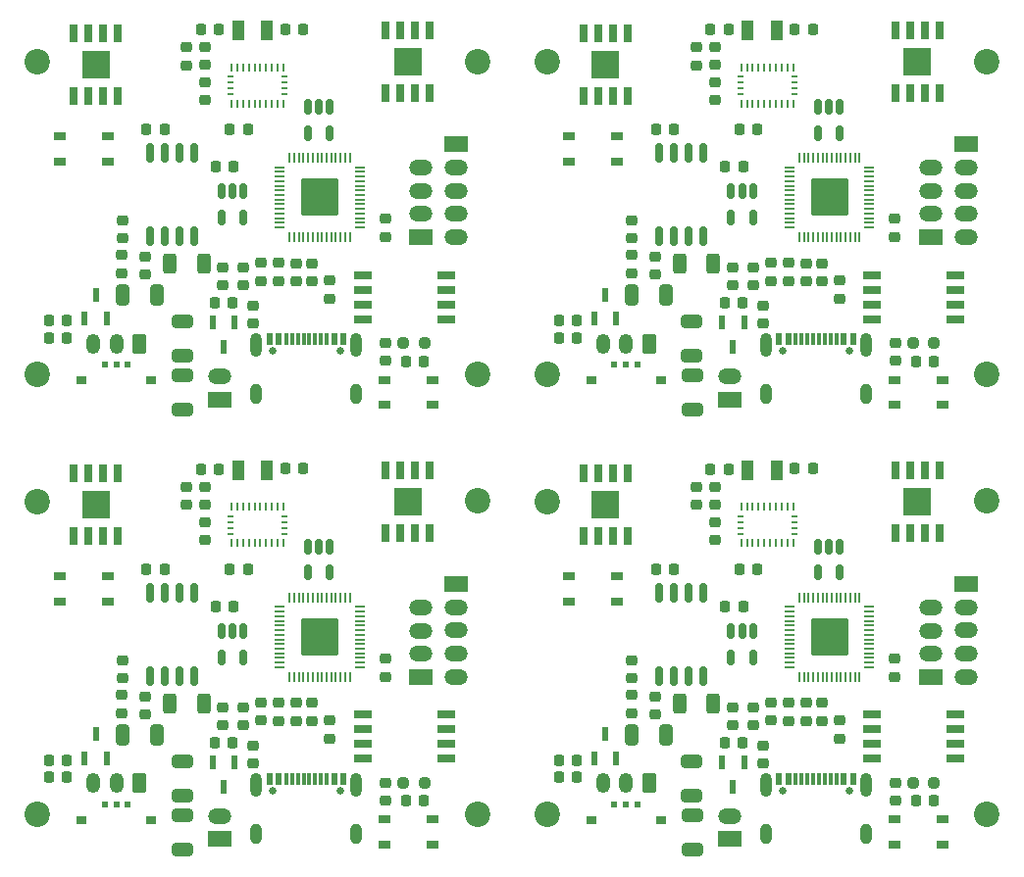
<source format=gbr>
%TF.GenerationSoftware,KiCad,Pcbnew,(6.0.4)*%
%TF.CreationDate,2022-09-20T18:54:46+09:00*%
%TF.ProjectId,mainboard_p_rev4,6d61696e-626f-4617-9264-5f705f726576,rev?*%
%TF.SameCoordinates,Original*%
%TF.FileFunction,Soldermask,Top*%
%TF.FilePolarity,Negative*%
%FSLAX46Y46*%
G04 Gerber Fmt 4.6, Leading zero omitted, Abs format (unit mm)*
G04 Created by KiCad (PCBNEW (6.0.4)) date 2022-09-20 18:54:46*
%MOMM*%
%LPD*%
G01*
G04 APERTURE LIST*
G04 Aperture macros list*
%AMRoundRect*
0 Rectangle with rounded corners*
0 $1 Rounding radius*
0 $2 $3 $4 $5 $6 $7 $8 $9 X,Y pos of 4 corners*
0 Add a 4 corners polygon primitive as box body*
4,1,4,$2,$3,$4,$5,$6,$7,$8,$9,$2,$3,0*
0 Add four circle primitives for the rounded corners*
1,1,$1+$1,$2,$3*
1,1,$1+$1,$4,$5*
1,1,$1+$1,$6,$7*
1,1,$1+$1,$8,$9*
0 Add four rect primitives between the rounded corners*
20,1,$1+$1,$2,$3,$4,$5,0*
20,1,$1+$1,$4,$5,$6,$7,0*
20,1,$1+$1,$6,$7,$8,$9,0*
20,1,$1+$1,$8,$9,$2,$3,0*%
G04 Aperture macros list end*
%ADD10RoundRect,0.225000X-0.225000X-0.250000X0.225000X-0.250000X0.225000X0.250000X-0.225000X0.250000X0*%
%ADD11RoundRect,0.250000X0.350000X0.625000X-0.350000X0.625000X-0.350000X-0.625000X0.350000X-0.625000X0*%
%ADD12O,1.200000X1.750000*%
%ADD13RoundRect,0.250000X0.650000X-0.325000X0.650000X0.325000X-0.650000X0.325000X-0.650000X-0.325000X0*%
%ADD14RoundRect,0.225000X-0.250000X0.225000X-0.250000X-0.225000X0.250000X-0.225000X0.250000X0.225000X0*%
%ADD15C,2.200000*%
%ADD16RoundRect,0.225000X0.225000X0.250000X-0.225000X0.250000X-0.225000X-0.250000X0.225000X-0.250000X0*%
%ADD17R,1.000000X1.800000*%
%ADD18RoundRect,0.225000X0.250000X-0.225000X0.250000X0.225000X-0.250000X0.225000X-0.250000X-0.225000X0*%
%ADD19RoundRect,0.237500X-0.250000X-0.237500X0.250000X-0.237500X0.250000X0.237500X-0.250000X0.237500X0*%
%ADD20RoundRect,0.150000X-0.150000X0.512500X-0.150000X-0.512500X0.150000X-0.512500X0.150000X0.512500X0*%
%ADD21R,0.600000X1.300000*%
%ADD22R,2.000000X1.350000*%
%ADD23O,2.000000X1.350000*%
%ADD24R,0.600000X0.510000*%
%ADD25R,0.900000X0.700000*%
%ADD26R,0.650000X1.525000*%
%ADD27R,2.390000X2.390000*%
%ADD28R,1.050000X0.650000*%
%ADD29RoundRect,0.250000X0.325000X0.650000X-0.325000X0.650000X-0.325000X-0.650000X0.325000X-0.650000X0*%
%ADD30C,0.650000*%
%ADD31R,0.600000X1.140000*%
%ADD32R,0.300000X1.140000*%
%ADD33O,1.000000X2.100000*%
%ADD34O,1.000000X1.800000*%
%ADD35R,1.650000X0.650000*%
%ADD36RoundRect,0.250000X-0.312500X-0.625000X0.312500X-0.625000X0.312500X0.625000X-0.312500X0.625000X0*%
%ADD37RoundRect,0.050000X0.387500X0.050000X-0.387500X0.050000X-0.387500X-0.050000X0.387500X-0.050000X0*%
%ADD38RoundRect,0.050000X0.050000X0.387500X-0.050000X0.387500X-0.050000X-0.387500X0.050000X-0.387500X0*%
%ADD39RoundRect,0.144000X1.456000X1.456000X-1.456000X1.456000X-1.456000X-1.456000X1.456000X-1.456000X0*%
%ADD40RoundRect,0.150000X-0.150000X0.712500X-0.150000X-0.712500X0.150000X-0.712500X0.150000X0.712500X0*%
%ADD41R,0.250000X0.675000*%
%ADD42R,0.575000X0.250000*%
G04 APERTURE END LIST*
D10*
%TO.C,C118*%
X190396200Y-114131200D03*
X191946200Y-114131200D03*
%TD*%
D11*
%TO.C,J25*%
X177836200Y-141309200D03*
D12*
X175836200Y-141309200D03*
X173836200Y-141309200D03*
%TD*%
D13*
%TO.C,C115*%
X181519200Y-142352400D03*
X181519200Y-139402400D03*
%TD*%
D14*
%TO.C,C104*%
X199096000Y-141245400D03*
X199096000Y-142795400D03*
%TD*%
%TO.C,R80*%
X183475000Y-118741000D03*
X183475000Y-120291000D03*
%TD*%
D15*
%TO.C,5*%
X207000000Y-144000000D03*
%TD*%
D14*
%TO.C,C91*%
X194270000Y-135886000D03*
X194270000Y-137436000D03*
%TD*%
D16*
%TO.C,R78*%
X185901000Y-137804000D03*
X184351000Y-137804000D03*
%TD*%
%TO.C,C100*%
X185939400Y-126043800D03*
X184389400Y-126043800D03*
%TD*%
D17*
%TO.C,Y8*%
X188835310Y-114296208D03*
X186335310Y-114296208D03*
%TD*%
D18*
%TO.C,D8*%
X199045200Y-132102000D03*
X199045200Y-130552000D03*
%TD*%
%TO.C,C120*%
X183475000Y-117243000D03*
X183475000Y-115693000D03*
%TD*%
D14*
%TO.C,C97*%
X188301000Y-134349000D03*
X188301000Y-135899000D03*
%TD*%
D19*
%TO.C,R72*%
X200594600Y-141283800D03*
X202419600Y-141283800D03*
%TD*%
D14*
%TO.C,R91*%
X186777000Y-134743000D03*
X186777000Y-136293000D03*
%TD*%
D20*
%TO.C,Y7*%
X194270000Y-120834800D03*
X193320000Y-120834800D03*
X192370000Y-120834800D03*
X192370000Y-123109800D03*
X194270000Y-123109800D03*
%TD*%
D21*
%TO.C,Q11*%
X186025200Y-139522600D03*
X184125200Y-139522600D03*
X185075200Y-141622600D03*
%TD*%
D18*
%TO.C,R74*%
X192725700Y-135925000D03*
X192725700Y-134375000D03*
%TD*%
D16*
%TO.C,R82*%
X179982800Y-122818000D03*
X178432800Y-122818000D03*
%TD*%
D15*
%TO.C,REF\u002A\u002A16*%
X207000000Y-116925200D03*
%TD*%
D22*
%TO.C,J31*%
X205192000Y-124101200D03*
D23*
X205192000Y-126101200D03*
X205192000Y-128101200D03*
X205192000Y-130101200D03*
X205192000Y-132101200D03*
%TD*%
D10*
%TO.C,C117*%
X185646400Y-122792600D03*
X187196400Y-122792600D03*
%TD*%
D24*
%TO.C,SW4*%
X174829600Y-143131600D03*
X176829600Y-143131600D03*
X175829600Y-143131600D03*
D25*
X172829600Y-144486600D03*
X178829600Y-144486600D03*
%TD*%
D26*
%TO.C,IC16*%
X172146600Y-119967400D03*
X173416600Y-119967400D03*
X174686600Y-119967400D03*
X175956600Y-119967400D03*
X175956600Y-114543400D03*
X174686600Y-114543400D03*
X173416600Y-114543400D03*
X172146600Y-114543400D03*
D27*
X174051600Y-117255400D03*
%TD*%
D14*
%TO.C,R84*%
X176337600Y-130679000D03*
X176337600Y-132229000D03*
%TD*%
D28*
%TO.C,S7*%
X199002200Y-144450600D03*
X203152200Y-144450600D03*
X199002200Y-146600600D03*
X203152200Y-146600600D03*
%TD*%
D20*
%TO.C,U15*%
X186812600Y-128157500D03*
X185862600Y-128157500D03*
X184912600Y-128157500D03*
X184912600Y-130432500D03*
X186812600Y-130432500D03*
%TD*%
D13*
%TO.C,C114*%
X181544600Y-147026000D03*
X181544600Y-144076000D03*
%TD*%
D16*
%TO.C,C119*%
X184681800Y-114182000D03*
X183131800Y-114182000D03*
%TD*%
D18*
%TO.C,C102*%
X181900200Y-117268400D03*
X181900200Y-115718400D03*
%TD*%
D14*
%TO.C,R83*%
X176312200Y-133676200D03*
X176312200Y-135226200D03*
%TD*%
D16*
%TO.C,R71*%
X202411000Y-142833200D03*
X200861000Y-142833200D03*
%TD*%
D21*
%TO.C,Q10*%
X173104200Y-139177000D03*
X175004200Y-139177000D03*
X174054200Y-137077000D03*
%TD*%
D29*
%TO.C,C111*%
X179311200Y-137118200D03*
X176361200Y-137118200D03*
%TD*%
D22*
%TO.C,J30*%
X202144000Y-132114400D03*
D23*
X202144000Y-130114400D03*
X202144000Y-128114400D03*
X202144000Y-126114400D03*
%TD*%
D30*
%TO.C,U14*%
X195140000Y-141970000D03*
X189360000Y-141970000D03*
D31*
X189050000Y-140900000D03*
X189850000Y-140900000D03*
D32*
X190500000Y-140900000D03*
X191000000Y-140900000D03*
X191500000Y-140900000D03*
X192000000Y-140900000D03*
X192500000Y-140900000D03*
X193000000Y-140900000D03*
X193500000Y-140900000D03*
X194000000Y-140900000D03*
D31*
X194650000Y-140900000D03*
X195450000Y-140900000D03*
D33*
X196570000Y-141470000D03*
X187930000Y-141470000D03*
D34*
X187930000Y-145650000D03*
X196570000Y-145650000D03*
%TD*%
D22*
%TO.C,J26*%
X184795800Y-146135200D03*
D23*
X184795800Y-144135200D03*
%TD*%
D35*
%TO.C,IC13*%
X204296200Y-139201000D03*
X204296200Y-137931000D03*
X204296200Y-136661000D03*
X204296200Y-135391000D03*
X197096200Y-135391000D03*
X197096200Y-136661000D03*
X197096200Y-137931000D03*
X197096200Y-139201000D03*
%TD*%
D10*
%TO.C,R73*%
X170037800Y-139353400D03*
X171587800Y-139353400D03*
%TD*%
D15*
%TO.C,REF\u002A\u002A14*%
X207000000Y-144000000D03*
%TD*%
D14*
%TO.C,C106*%
X178318800Y-133828600D03*
X178318800Y-135378600D03*
%TD*%
D15*
%TO.C,REF\u002A\u002A13*%
X169000000Y-144000000D03*
%TD*%
D36*
%TO.C,R79*%
X180437700Y-134425800D03*
X183362700Y-134425800D03*
%TD*%
D26*
%TO.C,IC15*%
X199095000Y-119713400D03*
X200365000Y-119713400D03*
X201635000Y-119713400D03*
X202905000Y-119713400D03*
X202905000Y-114289400D03*
X201635000Y-114289400D03*
X200365000Y-114289400D03*
X199095000Y-114289400D03*
D27*
X201000000Y-117001400D03*
%TD*%
D18*
%TO.C,R75*%
X191349000Y-135925000D03*
X191349000Y-134375000D03*
%TD*%
D14*
%TO.C,R92*%
X187666000Y-138032000D03*
X187666000Y-139582000D03*
%TD*%
D28*
%TO.C,S8*%
X170925000Y-123425000D03*
X175075000Y-123425000D03*
X170925000Y-125575000D03*
X175075000Y-125575000D03*
%TD*%
D37*
%TO.C,U13*%
X196825100Y-131276900D03*
X196825100Y-130876900D03*
X196825100Y-130476900D03*
X196825100Y-130076900D03*
X196825100Y-129676900D03*
X196825100Y-129276900D03*
X196825100Y-128876900D03*
X196825100Y-128476900D03*
X196825100Y-128076900D03*
X196825100Y-127676900D03*
X196825100Y-127276900D03*
X196825100Y-126876900D03*
X196825100Y-126476900D03*
X196825100Y-126076900D03*
D38*
X195987600Y-125239400D03*
X195587600Y-125239400D03*
X195187600Y-125239400D03*
X194787600Y-125239400D03*
X194387600Y-125239400D03*
X193987600Y-125239400D03*
X193587600Y-125239400D03*
X193187600Y-125239400D03*
X192787600Y-125239400D03*
X192387600Y-125239400D03*
X191987600Y-125239400D03*
X191587600Y-125239400D03*
X191187600Y-125239400D03*
X190787600Y-125239400D03*
D37*
X189950100Y-126076900D03*
X189950100Y-126476900D03*
X189950100Y-126876900D03*
X189950100Y-127276900D03*
X189950100Y-127676900D03*
X189950100Y-128076900D03*
X189950100Y-128476900D03*
X189950100Y-128876900D03*
X189950100Y-129276900D03*
X189950100Y-129676900D03*
X189950100Y-130076900D03*
X189950100Y-130476900D03*
X189950100Y-130876900D03*
X189950100Y-131276900D03*
D38*
X190787600Y-132114400D03*
X191187600Y-132114400D03*
X191587600Y-132114400D03*
X191987600Y-132114400D03*
X192387600Y-132114400D03*
X192787600Y-132114400D03*
X193187600Y-132114400D03*
X193587600Y-132114400D03*
X193987600Y-132114400D03*
X194387600Y-132114400D03*
X194787600Y-132114400D03*
X195187600Y-132114400D03*
X195587600Y-132114400D03*
X195987600Y-132114400D03*
D39*
X193387600Y-128676900D03*
%TD*%
D14*
%TO.C,C94*%
X189825000Y-134362000D03*
X189825000Y-135912000D03*
%TD*%
D40*
%TO.C,U16*%
X182535200Y-124818900D03*
X181265200Y-124818900D03*
X179995200Y-124818900D03*
X178725200Y-124818900D03*
X178725200Y-132043900D03*
X179995200Y-132043900D03*
X181265200Y-132043900D03*
X182535200Y-132043900D03*
%TD*%
D14*
%TO.C,R77*%
X184999000Y-134743000D03*
X184999000Y-136293000D03*
%TD*%
D10*
%TO.C,R70*%
X170025400Y-140801200D03*
X171575400Y-140801200D03*
%TD*%
D15*
%TO.C,REF\u002A\u002A15*%
X169000000Y-117000000D03*
%TD*%
D41*
%TO.C,AC4*%
X185771600Y-117439400D03*
D42*
X185708600Y-118252400D03*
X185708600Y-118752400D03*
X185708600Y-119252400D03*
X185708600Y-119752400D03*
D41*
X185771600Y-120565400D03*
X186271600Y-120565400D03*
X186771600Y-120565400D03*
X187271600Y-120565400D03*
X187771600Y-120565400D03*
X188271600Y-120565400D03*
X188771600Y-120565400D03*
X189271600Y-120565400D03*
X189771600Y-120565400D03*
X190271600Y-120565400D03*
D42*
X190334600Y-119752400D03*
X190334600Y-119252400D03*
X190334600Y-118752400D03*
X190334600Y-118252400D03*
D41*
X190271600Y-117439400D03*
X189771600Y-117439400D03*
X189271600Y-117439400D03*
X188771600Y-117439400D03*
X188271600Y-117439400D03*
X187771600Y-117439400D03*
X187271600Y-117439400D03*
X186771600Y-117439400D03*
X186271600Y-117439400D03*
%TD*%
D10*
%TO.C,C88*%
X146396200Y-114131200D03*
X147946200Y-114131200D03*
%TD*%
D11*
%TO.C,J17*%
X133836200Y-141309200D03*
D12*
X131836200Y-141309200D03*
X129836200Y-141309200D03*
%TD*%
D13*
%TO.C,C85*%
X137519200Y-142352400D03*
X137519200Y-139402400D03*
%TD*%
D14*
%TO.C,C74*%
X155096000Y-141245400D03*
X155096000Y-142795400D03*
%TD*%
%TO.C,R57*%
X139475000Y-118741000D03*
X139475000Y-120291000D03*
%TD*%
D15*
%TO.C,3*%
X163000000Y-144000000D03*
%TD*%
D14*
%TO.C,C61*%
X150270000Y-135886000D03*
X150270000Y-137436000D03*
%TD*%
D16*
%TO.C,R55*%
X141901000Y-137804000D03*
X140351000Y-137804000D03*
%TD*%
%TO.C,C70*%
X141939400Y-126043800D03*
X140389400Y-126043800D03*
%TD*%
D17*
%TO.C,Y6*%
X144835310Y-114296208D03*
X142335310Y-114296208D03*
%TD*%
D18*
%TO.C,D6*%
X155045200Y-132102000D03*
X155045200Y-130552000D03*
%TD*%
%TO.C,C90*%
X139475000Y-117243000D03*
X139475000Y-115693000D03*
%TD*%
D14*
%TO.C,C67*%
X144301000Y-134349000D03*
X144301000Y-135899000D03*
%TD*%
D19*
%TO.C,R49*%
X156594600Y-141283800D03*
X158419600Y-141283800D03*
%TD*%
D14*
%TO.C,R68*%
X142777000Y-134743000D03*
X142777000Y-136293000D03*
%TD*%
D20*
%TO.C,Y5*%
X150270000Y-120834800D03*
X149320000Y-120834800D03*
X148370000Y-120834800D03*
X148370000Y-123109800D03*
X150270000Y-123109800D03*
%TD*%
D21*
%TO.C,Q6*%
X142025200Y-139522600D03*
X140125200Y-139522600D03*
X141075200Y-141622600D03*
%TD*%
D18*
%TO.C,R51*%
X148725700Y-135925000D03*
X148725700Y-134375000D03*
%TD*%
D16*
%TO.C,R59*%
X135982800Y-122818000D03*
X134432800Y-122818000D03*
%TD*%
D15*
%TO.C,REF\u002A\u002A10*%
X163000000Y-116925200D03*
%TD*%
D22*
%TO.C,J23*%
X161192000Y-124101200D03*
D23*
X161192000Y-126101200D03*
X161192000Y-128101200D03*
X161192000Y-130101200D03*
X161192000Y-132101200D03*
%TD*%
D10*
%TO.C,C87*%
X141646400Y-122792600D03*
X143196400Y-122792600D03*
%TD*%
D24*
%TO.C,SW3*%
X130829600Y-143131600D03*
X132829600Y-143131600D03*
X131829600Y-143131600D03*
D25*
X128829600Y-144486600D03*
X134829600Y-144486600D03*
%TD*%
D26*
%TO.C,IC12*%
X128146600Y-119967400D03*
X129416600Y-119967400D03*
X130686600Y-119967400D03*
X131956600Y-119967400D03*
X131956600Y-114543400D03*
X130686600Y-114543400D03*
X129416600Y-114543400D03*
X128146600Y-114543400D03*
D27*
X130051600Y-117255400D03*
%TD*%
D14*
%TO.C,R61*%
X132337600Y-130679000D03*
X132337600Y-132229000D03*
%TD*%
D28*
%TO.C,S5*%
X155002200Y-144450600D03*
X159152200Y-144450600D03*
X155002200Y-146600600D03*
X159152200Y-146600600D03*
%TD*%
D20*
%TO.C,U11*%
X142812600Y-128157500D03*
X141862600Y-128157500D03*
X140912600Y-128157500D03*
X140912600Y-130432500D03*
X142812600Y-130432500D03*
%TD*%
D13*
%TO.C,C84*%
X137544600Y-147026000D03*
X137544600Y-144076000D03*
%TD*%
D16*
%TO.C,C89*%
X140681800Y-114182000D03*
X139131800Y-114182000D03*
%TD*%
D18*
%TO.C,C72*%
X137900200Y-117268400D03*
X137900200Y-115718400D03*
%TD*%
D14*
%TO.C,R60*%
X132312200Y-133676200D03*
X132312200Y-135226200D03*
%TD*%
D16*
%TO.C,R48*%
X158411000Y-142833200D03*
X156861000Y-142833200D03*
%TD*%
D21*
%TO.C,Q5*%
X129104200Y-139177000D03*
X131004200Y-139177000D03*
X130054200Y-137077000D03*
%TD*%
D29*
%TO.C,C81*%
X135311200Y-137118200D03*
X132361200Y-137118200D03*
%TD*%
D22*
%TO.C,J22*%
X158144000Y-132114400D03*
D23*
X158144000Y-130114400D03*
X158144000Y-128114400D03*
X158144000Y-126114400D03*
%TD*%
D30*
%TO.C,U10*%
X151140000Y-141970000D03*
X145360000Y-141970000D03*
D31*
X145050000Y-140900000D03*
X145850000Y-140900000D03*
D32*
X146500000Y-140900000D03*
X147000000Y-140900000D03*
X147500000Y-140900000D03*
X148000000Y-140900000D03*
X148500000Y-140900000D03*
X149000000Y-140900000D03*
X149500000Y-140900000D03*
X150000000Y-140900000D03*
D31*
X150650000Y-140900000D03*
X151450000Y-140900000D03*
D33*
X152570000Y-141470000D03*
X143930000Y-141470000D03*
D34*
X143930000Y-145650000D03*
X152570000Y-145650000D03*
%TD*%
D22*
%TO.C,J18*%
X140795800Y-146135200D03*
D23*
X140795800Y-144135200D03*
%TD*%
D35*
%TO.C,IC5*%
X160296200Y-139201000D03*
X160296200Y-137931000D03*
X160296200Y-136661000D03*
X160296200Y-135391000D03*
X153096200Y-135391000D03*
X153096200Y-136661000D03*
X153096200Y-137931000D03*
X153096200Y-139201000D03*
%TD*%
D10*
%TO.C,R50*%
X126037800Y-139353400D03*
X127587800Y-139353400D03*
%TD*%
D15*
%TO.C,REF\u002A\u002A8*%
X163000000Y-144000000D03*
%TD*%
D14*
%TO.C,C76*%
X134318800Y-133828600D03*
X134318800Y-135378600D03*
%TD*%
D15*
%TO.C,REF\u002A\u002A7*%
X125000000Y-144000000D03*
%TD*%
D36*
%TO.C,R56*%
X136437700Y-134425800D03*
X139362700Y-134425800D03*
%TD*%
D26*
%TO.C,IC11*%
X155095000Y-119713400D03*
X156365000Y-119713400D03*
X157635000Y-119713400D03*
X158905000Y-119713400D03*
X158905000Y-114289400D03*
X157635000Y-114289400D03*
X156365000Y-114289400D03*
X155095000Y-114289400D03*
D27*
X157000000Y-117001400D03*
%TD*%
D18*
%TO.C,R52*%
X147349000Y-135925000D03*
X147349000Y-134375000D03*
%TD*%
D14*
%TO.C,R69*%
X143666000Y-138032000D03*
X143666000Y-139582000D03*
%TD*%
D28*
%TO.C,S6*%
X126925000Y-123425000D03*
X131075000Y-123425000D03*
X126925000Y-125575000D03*
X131075000Y-125575000D03*
%TD*%
D37*
%TO.C,U3*%
X152825100Y-131276900D03*
X152825100Y-130876900D03*
X152825100Y-130476900D03*
X152825100Y-130076900D03*
X152825100Y-129676900D03*
X152825100Y-129276900D03*
X152825100Y-128876900D03*
X152825100Y-128476900D03*
X152825100Y-128076900D03*
X152825100Y-127676900D03*
X152825100Y-127276900D03*
X152825100Y-126876900D03*
X152825100Y-126476900D03*
X152825100Y-126076900D03*
D38*
X151987600Y-125239400D03*
X151587600Y-125239400D03*
X151187600Y-125239400D03*
X150787600Y-125239400D03*
X150387600Y-125239400D03*
X149987600Y-125239400D03*
X149587600Y-125239400D03*
X149187600Y-125239400D03*
X148787600Y-125239400D03*
X148387600Y-125239400D03*
X147987600Y-125239400D03*
X147587600Y-125239400D03*
X147187600Y-125239400D03*
X146787600Y-125239400D03*
D37*
X145950100Y-126076900D03*
X145950100Y-126476900D03*
X145950100Y-126876900D03*
X145950100Y-127276900D03*
X145950100Y-127676900D03*
X145950100Y-128076900D03*
X145950100Y-128476900D03*
X145950100Y-128876900D03*
X145950100Y-129276900D03*
X145950100Y-129676900D03*
X145950100Y-130076900D03*
X145950100Y-130476900D03*
X145950100Y-130876900D03*
X145950100Y-131276900D03*
D38*
X146787600Y-132114400D03*
X147187600Y-132114400D03*
X147587600Y-132114400D03*
X147987600Y-132114400D03*
X148387600Y-132114400D03*
X148787600Y-132114400D03*
X149187600Y-132114400D03*
X149587600Y-132114400D03*
X149987600Y-132114400D03*
X150387600Y-132114400D03*
X150787600Y-132114400D03*
X151187600Y-132114400D03*
X151587600Y-132114400D03*
X151987600Y-132114400D03*
D39*
X149387600Y-128676900D03*
%TD*%
D14*
%TO.C,C64*%
X145825000Y-134362000D03*
X145825000Y-135912000D03*
%TD*%
D40*
%TO.C,U12*%
X138535200Y-124818900D03*
X137265200Y-124818900D03*
X135995200Y-124818900D03*
X134725200Y-124818900D03*
X134725200Y-132043900D03*
X135995200Y-132043900D03*
X137265200Y-132043900D03*
X138535200Y-132043900D03*
%TD*%
D14*
%TO.C,R54*%
X140999000Y-134743000D03*
X140999000Y-136293000D03*
%TD*%
D10*
%TO.C,R47*%
X126025400Y-140801200D03*
X127575400Y-140801200D03*
%TD*%
D15*
%TO.C,REF\u002A\u002A9*%
X125000000Y-117000000D03*
%TD*%
D41*
%TO.C,AC3*%
X141771600Y-117439400D03*
D42*
X141708600Y-118252400D03*
X141708600Y-118752400D03*
X141708600Y-119252400D03*
X141708600Y-119752400D03*
D41*
X141771600Y-120565400D03*
X142271600Y-120565400D03*
X142771600Y-120565400D03*
X143271600Y-120565400D03*
X143771600Y-120565400D03*
X144271600Y-120565400D03*
X144771600Y-120565400D03*
X145271600Y-120565400D03*
X145771600Y-120565400D03*
X146271600Y-120565400D03*
D42*
X146334600Y-119752400D03*
X146334600Y-119252400D03*
X146334600Y-118752400D03*
X146334600Y-118252400D03*
D41*
X146271600Y-117439400D03*
X145771600Y-117439400D03*
X145271600Y-117439400D03*
X144771600Y-117439400D03*
X144271600Y-117439400D03*
X143771600Y-117439400D03*
X143271600Y-117439400D03*
X142771600Y-117439400D03*
X142271600Y-117439400D03*
%TD*%
D10*
%TO.C,C58*%
X190396200Y-76131200D03*
X191946200Y-76131200D03*
%TD*%
D11*
%TO.C,J2*%
X177836200Y-103309200D03*
D12*
X175836200Y-103309200D03*
X173836200Y-103309200D03*
%TD*%
D13*
%TO.C,C55*%
X181519200Y-104352400D03*
X181519200Y-101402400D03*
%TD*%
D14*
%TO.C,C44*%
X199096000Y-103245400D03*
X199096000Y-104795400D03*
%TD*%
%TO.C,R34*%
X183475000Y-80741000D03*
X183475000Y-82291000D03*
%TD*%
D15*
%TO.C,1*%
X207000000Y-106000000D03*
%TD*%
D14*
%TO.C,C24*%
X194270000Y-97886000D03*
X194270000Y-99436000D03*
%TD*%
D16*
%TO.C,R32*%
X185901000Y-99804000D03*
X184351000Y-99804000D03*
%TD*%
%TO.C,C40*%
X185939400Y-88043800D03*
X184389400Y-88043800D03*
%TD*%
D17*
%TO.C,Y4*%
X188835310Y-76296208D03*
X186335310Y-76296208D03*
%TD*%
D18*
%TO.C,D4*%
X199045200Y-94102000D03*
X199045200Y-92552000D03*
%TD*%
%TO.C,C60*%
X183475000Y-79243000D03*
X183475000Y-77693000D03*
%TD*%
D14*
%TO.C,C32*%
X188301000Y-96349000D03*
X188301000Y-97899000D03*
%TD*%
D19*
%TO.C,R26*%
X200594600Y-103283800D03*
X202419600Y-103283800D03*
%TD*%
D14*
%TO.C,R45*%
X186777000Y-96743000D03*
X186777000Y-98293000D03*
%TD*%
D20*
%TO.C,Y3*%
X194270000Y-82834800D03*
X193320000Y-82834800D03*
X192370000Y-82834800D03*
X192370000Y-85109800D03*
X194270000Y-85109800D03*
%TD*%
D21*
%TO.C,Q4*%
X186025200Y-101522600D03*
X184125200Y-101522600D03*
X185075200Y-103622600D03*
%TD*%
D18*
%TO.C,R28*%
X192725700Y-97925000D03*
X192725700Y-96375000D03*
%TD*%
D16*
%TO.C,R36*%
X179982800Y-84818000D03*
X178432800Y-84818000D03*
%TD*%
D15*
%TO.C,REF\u002A\u002A4*%
X207000000Y-78925200D03*
%TD*%
D22*
%TO.C,J15*%
X205192000Y-86101200D03*
D23*
X205192000Y-88101200D03*
X205192000Y-90101200D03*
X205192000Y-92101200D03*
X205192000Y-94101200D03*
%TD*%
D10*
%TO.C,C57*%
X185646400Y-84792600D03*
X187196400Y-84792600D03*
%TD*%
D24*
%TO.C,SW2*%
X174829600Y-105131600D03*
X176829600Y-105131600D03*
X175829600Y-105131600D03*
D25*
X172829600Y-106486600D03*
X178829600Y-106486600D03*
%TD*%
D26*
%TO.C,IC10*%
X172146600Y-81967400D03*
X173416600Y-81967400D03*
X174686600Y-81967400D03*
X175956600Y-81967400D03*
X175956600Y-76543400D03*
X174686600Y-76543400D03*
X173416600Y-76543400D03*
X172146600Y-76543400D03*
D27*
X174051600Y-79255400D03*
%TD*%
D14*
%TO.C,R38*%
X176337600Y-92679000D03*
X176337600Y-94229000D03*
%TD*%
D28*
%TO.C,S3*%
X199002200Y-106450600D03*
X203152200Y-106450600D03*
X199002200Y-108600600D03*
X203152200Y-108600600D03*
%TD*%
D20*
%TO.C,U8*%
X186812600Y-90157500D03*
X185862600Y-90157500D03*
X184912600Y-90157500D03*
X184912600Y-92432500D03*
X186812600Y-92432500D03*
%TD*%
D13*
%TO.C,C54*%
X181544600Y-109026000D03*
X181544600Y-106076000D03*
%TD*%
D16*
%TO.C,C59*%
X184681800Y-76182000D03*
X183131800Y-76182000D03*
%TD*%
D18*
%TO.C,C42*%
X181900200Y-79268400D03*
X181900200Y-77718400D03*
%TD*%
D14*
%TO.C,R37*%
X176312200Y-95676200D03*
X176312200Y-97226200D03*
%TD*%
D16*
%TO.C,R25*%
X202411000Y-104833200D03*
X200861000Y-104833200D03*
%TD*%
D21*
%TO.C,Q3*%
X173104200Y-101177000D03*
X175004200Y-101177000D03*
X174054200Y-99077000D03*
%TD*%
D29*
%TO.C,C51*%
X179311200Y-99118200D03*
X176361200Y-99118200D03*
%TD*%
D22*
%TO.C,J14*%
X202144000Y-94114400D03*
D23*
X202144000Y-92114400D03*
X202144000Y-90114400D03*
X202144000Y-88114400D03*
%TD*%
D30*
%TO.C,U7*%
X195140000Y-103970000D03*
X189360000Y-103970000D03*
D31*
X189050000Y-102900000D03*
X189850000Y-102900000D03*
D32*
X190500000Y-102900000D03*
X191000000Y-102900000D03*
X191500000Y-102900000D03*
X192000000Y-102900000D03*
X192500000Y-102900000D03*
X193000000Y-102900000D03*
X193500000Y-102900000D03*
X194000000Y-102900000D03*
D31*
X194650000Y-102900000D03*
X195450000Y-102900000D03*
D33*
X196570000Y-103470000D03*
X187930000Y-103470000D03*
D34*
X187930000Y-107650000D03*
X196570000Y-107650000D03*
%TD*%
D22*
%TO.C,J8*%
X184795800Y-108135200D03*
D23*
X184795800Y-106135200D03*
%TD*%
D35*
%TO.C,IC3*%
X204296200Y-101201000D03*
X204296200Y-99931000D03*
X204296200Y-98661000D03*
X204296200Y-97391000D03*
X197096200Y-97391000D03*
X197096200Y-98661000D03*
X197096200Y-99931000D03*
X197096200Y-101201000D03*
%TD*%
D10*
%TO.C,R27*%
X170037800Y-101353400D03*
X171587800Y-101353400D03*
%TD*%
D15*
%TO.C,REF\u002A\u002A2*%
X207000000Y-106000000D03*
%TD*%
D14*
%TO.C,C46*%
X178318800Y-95828600D03*
X178318800Y-97378600D03*
%TD*%
D15*
%TO.C,REF\u002A\u002A1*%
X169000000Y-106000000D03*
%TD*%
D36*
%TO.C,R33*%
X180437700Y-96425800D03*
X183362700Y-96425800D03*
%TD*%
D26*
%TO.C,IC9*%
X199095000Y-81713400D03*
X200365000Y-81713400D03*
X201635000Y-81713400D03*
X202905000Y-81713400D03*
X202905000Y-76289400D03*
X201635000Y-76289400D03*
X200365000Y-76289400D03*
X199095000Y-76289400D03*
D27*
X201000000Y-79001400D03*
%TD*%
D18*
%TO.C,R29*%
X191349000Y-97925000D03*
X191349000Y-96375000D03*
%TD*%
D14*
%TO.C,R46*%
X187666000Y-100032000D03*
X187666000Y-101582000D03*
%TD*%
D28*
%TO.C,S4*%
X170925000Y-85425000D03*
X175075000Y-85425000D03*
X170925000Y-87575000D03*
X175075000Y-87575000D03*
%TD*%
D37*
%TO.C,U2*%
X196825100Y-93276900D03*
X196825100Y-92876900D03*
X196825100Y-92476900D03*
X196825100Y-92076900D03*
X196825100Y-91676900D03*
X196825100Y-91276900D03*
X196825100Y-90876900D03*
X196825100Y-90476900D03*
X196825100Y-90076900D03*
X196825100Y-89676900D03*
X196825100Y-89276900D03*
X196825100Y-88876900D03*
X196825100Y-88476900D03*
X196825100Y-88076900D03*
D38*
X195987600Y-87239400D03*
X195587600Y-87239400D03*
X195187600Y-87239400D03*
X194787600Y-87239400D03*
X194387600Y-87239400D03*
X193987600Y-87239400D03*
X193587600Y-87239400D03*
X193187600Y-87239400D03*
X192787600Y-87239400D03*
X192387600Y-87239400D03*
X191987600Y-87239400D03*
X191587600Y-87239400D03*
X191187600Y-87239400D03*
X190787600Y-87239400D03*
D37*
X189950100Y-88076900D03*
X189950100Y-88476900D03*
X189950100Y-88876900D03*
X189950100Y-89276900D03*
X189950100Y-89676900D03*
X189950100Y-90076900D03*
X189950100Y-90476900D03*
X189950100Y-90876900D03*
X189950100Y-91276900D03*
X189950100Y-91676900D03*
X189950100Y-92076900D03*
X189950100Y-92476900D03*
X189950100Y-92876900D03*
X189950100Y-93276900D03*
D38*
X190787600Y-94114400D03*
X191187600Y-94114400D03*
X191587600Y-94114400D03*
X191987600Y-94114400D03*
X192387600Y-94114400D03*
X192787600Y-94114400D03*
X193187600Y-94114400D03*
X193587600Y-94114400D03*
X193987600Y-94114400D03*
X194387600Y-94114400D03*
X194787600Y-94114400D03*
X195187600Y-94114400D03*
X195587600Y-94114400D03*
X195987600Y-94114400D03*
D39*
X193387600Y-90676900D03*
%TD*%
D14*
%TO.C,C28*%
X189825000Y-96362000D03*
X189825000Y-97912000D03*
%TD*%
D40*
%TO.C,U9*%
X182535200Y-86818900D03*
X181265200Y-86818900D03*
X179995200Y-86818900D03*
X178725200Y-86818900D03*
X178725200Y-94043900D03*
X179995200Y-94043900D03*
X181265200Y-94043900D03*
X182535200Y-94043900D03*
%TD*%
D14*
%TO.C,R31*%
X184999000Y-96743000D03*
X184999000Y-98293000D03*
%TD*%
D10*
%TO.C,R24*%
X170025400Y-102801200D03*
X171575400Y-102801200D03*
%TD*%
D15*
%TO.C,REF\u002A\u002A3*%
X169000000Y-79000000D03*
%TD*%
D41*
%TO.C,AC2*%
X185771600Y-79439400D03*
D42*
X185708600Y-80252400D03*
X185708600Y-80752400D03*
X185708600Y-81252400D03*
X185708600Y-81752400D03*
D41*
X185771600Y-82565400D03*
X186271600Y-82565400D03*
X186771600Y-82565400D03*
X187271600Y-82565400D03*
X187771600Y-82565400D03*
X188271600Y-82565400D03*
X188771600Y-82565400D03*
X189271600Y-82565400D03*
X189771600Y-82565400D03*
X190271600Y-82565400D03*
D42*
X190334600Y-81752400D03*
X190334600Y-81252400D03*
X190334600Y-80752400D03*
X190334600Y-80252400D03*
D41*
X190271600Y-79439400D03*
X189771600Y-79439400D03*
X189271600Y-79439400D03*
X188771600Y-79439400D03*
X188271600Y-79439400D03*
X187771600Y-79439400D03*
X187271600Y-79439400D03*
X186771600Y-79439400D03*
X186271600Y-79439400D03*
%TD*%
D26*
%TO.C,IC7*%
X155095000Y-81713400D03*
X156365000Y-81713400D03*
X157635000Y-81713400D03*
X158905000Y-81713400D03*
X158905000Y-76289400D03*
X157635000Y-76289400D03*
X156365000Y-76289400D03*
X155095000Y-76289400D03*
D27*
X157000000Y-79001400D03*
%TD*%
D35*
%TO.C,IC1*%
X160296200Y-101201000D03*
X160296200Y-99931000D03*
X160296200Y-98661000D03*
X160296200Y-97391000D03*
X153096200Y-97391000D03*
X153096200Y-98661000D03*
X153096200Y-99931000D03*
X153096200Y-101201000D03*
%TD*%
D28*
%TO.C,S2*%
X126925000Y-85425000D03*
X131075000Y-85425000D03*
X126925000Y-87575000D03*
X131075000Y-87575000D03*
%TD*%
D14*
%TO.C,R23*%
X143666000Y-100032000D03*
X143666000Y-101582000D03*
%TD*%
D18*
%TO.C,R6*%
X147349000Y-97925000D03*
X147349000Y-96375000D03*
%TD*%
D15*
%TO.C,REF\u002A\u002A*%
X163000000Y-106000000D03*
%TD*%
D10*
%TO.C,R4*%
X126037800Y-101353400D03*
X127587800Y-101353400D03*
%TD*%
D15*
%TO.C,REF\u002A\u002A*%
X125000000Y-106000000D03*
%TD*%
D14*
%TO.C,C16*%
X134318800Y-95828600D03*
X134318800Y-97378600D03*
%TD*%
D22*
%TO.C,J3*%
X140795800Y-108135200D03*
D23*
X140795800Y-106135200D03*
%TD*%
D36*
%TO.C,R10*%
X136437700Y-96425800D03*
X139362700Y-96425800D03*
%TD*%
D10*
%TO.C,R1*%
X126025400Y-102801200D03*
X127575400Y-102801200D03*
%TD*%
D40*
%TO.C,U6*%
X138535200Y-86818900D03*
X137265200Y-86818900D03*
X135995200Y-86818900D03*
X134725200Y-86818900D03*
X134725200Y-94043900D03*
X135995200Y-94043900D03*
X137265200Y-94043900D03*
X138535200Y-94043900D03*
%TD*%
D15*
%TO.C,REF\u002A\u002A*%
X125000000Y-79000000D03*
%TD*%
D14*
%TO.C,R8*%
X140999000Y-96743000D03*
X140999000Y-98293000D03*
%TD*%
D37*
%TO.C,U1*%
X152825100Y-93276900D03*
X152825100Y-92876900D03*
X152825100Y-92476900D03*
X152825100Y-92076900D03*
X152825100Y-91676900D03*
X152825100Y-91276900D03*
X152825100Y-90876900D03*
X152825100Y-90476900D03*
X152825100Y-90076900D03*
X152825100Y-89676900D03*
X152825100Y-89276900D03*
X152825100Y-88876900D03*
X152825100Y-88476900D03*
X152825100Y-88076900D03*
D38*
X151987600Y-87239400D03*
X151587600Y-87239400D03*
X151187600Y-87239400D03*
X150787600Y-87239400D03*
X150387600Y-87239400D03*
X149987600Y-87239400D03*
X149587600Y-87239400D03*
X149187600Y-87239400D03*
X148787600Y-87239400D03*
X148387600Y-87239400D03*
X147987600Y-87239400D03*
X147587600Y-87239400D03*
X147187600Y-87239400D03*
X146787600Y-87239400D03*
D37*
X145950100Y-88076900D03*
X145950100Y-88476900D03*
X145950100Y-88876900D03*
X145950100Y-89276900D03*
X145950100Y-89676900D03*
X145950100Y-90076900D03*
X145950100Y-90476900D03*
X145950100Y-90876900D03*
X145950100Y-91276900D03*
X145950100Y-91676900D03*
X145950100Y-92076900D03*
X145950100Y-92476900D03*
X145950100Y-92876900D03*
X145950100Y-93276900D03*
D38*
X146787600Y-94114400D03*
X147187600Y-94114400D03*
X147587600Y-94114400D03*
X147987600Y-94114400D03*
X148387600Y-94114400D03*
X148787600Y-94114400D03*
X149187600Y-94114400D03*
X149587600Y-94114400D03*
X149987600Y-94114400D03*
X150387600Y-94114400D03*
X150787600Y-94114400D03*
X151187600Y-94114400D03*
X151587600Y-94114400D03*
X151987600Y-94114400D03*
D39*
X149387600Y-90676900D03*
%TD*%
D41*
%TO.C,AC1*%
X141771600Y-79439400D03*
D42*
X141708600Y-80252400D03*
X141708600Y-80752400D03*
X141708600Y-81252400D03*
X141708600Y-81752400D03*
D41*
X141771600Y-82565400D03*
X142271600Y-82565400D03*
X142771600Y-82565400D03*
X143271600Y-82565400D03*
X143771600Y-82565400D03*
X144271600Y-82565400D03*
X144771600Y-82565400D03*
X145271600Y-82565400D03*
X145771600Y-82565400D03*
X146271600Y-82565400D03*
D42*
X146334600Y-81752400D03*
X146334600Y-81252400D03*
X146334600Y-80752400D03*
X146334600Y-80252400D03*
D41*
X146271600Y-79439400D03*
X145771600Y-79439400D03*
X145271600Y-79439400D03*
X144771600Y-79439400D03*
X144271600Y-79439400D03*
X143771600Y-79439400D03*
X143271600Y-79439400D03*
X142771600Y-79439400D03*
X142271600Y-79439400D03*
%TD*%
D14*
%TO.C,C4*%
X145825000Y-96362000D03*
X145825000Y-97912000D03*
%TD*%
D16*
%TO.C,C36*%
X140681800Y-76182000D03*
X139131800Y-76182000D03*
%TD*%
D28*
%TO.C,S1*%
X155002200Y-106450600D03*
X159152200Y-106450600D03*
X155002200Y-108600600D03*
X159152200Y-108600600D03*
%TD*%
D14*
%TO.C,R14*%
X132312200Y-95676200D03*
X132312200Y-97226200D03*
%TD*%
D22*
%TO.C,J7*%
X158144000Y-94114400D03*
D23*
X158144000Y-92114400D03*
X158144000Y-90114400D03*
X158144000Y-88114400D03*
%TD*%
D13*
%TO.C,C26*%
X137544600Y-109026000D03*
X137544600Y-106076000D03*
%TD*%
D29*
%TO.C,C21*%
X135311200Y-99118200D03*
X132361200Y-99118200D03*
%TD*%
D20*
%TO.C,U5*%
X142812600Y-90157500D03*
X141862600Y-90157500D03*
X140912600Y-90157500D03*
X140912600Y-92432500D03*
X142812600Y-92432500D03*
%TD*%
D14*
%TO.C,R15*%
X132337600Y-92679000D03*
X132337600Y-94229000D03*
%TD*%
D18*
%TO.C,C12*%
X137900200Y-79268400D03*
X137900200Y-77718400D03*
%TD*%
D26*
%TO.C,IC8*%
X128146600Y-81967400D03*
X129416600Y-81967400D03*
X130686600Y-81967400D03*
X131956600Y-81967400D03*
X131956600Y-76543400D03*
X130686600Y-76543400D03*
X129416600Y-76543400D03*
X128146600Y-76543400D03*
D27*
X130051600Y-79255400D03*
%TD*%
D22*
%TO.C,J10*%
X161192000Y-86101200D03*
D23*
X161192000Y-88101200D03*
X161192000Y-90101200D03*
X161192000Y-92101200D03*
X161192000Y-94101200D03*
%TD*%
D21*
%TO.C,Q1*%
X129104200Y-101177000D03*
X131004200Y-101177000D03*
X130054200Y-99077000D03*
%TD*%
D24*
%TO.C,SW1*%
X130829600Y-105131600D03*
X132829600Y-105131600D03*
X131829600Y-105131600D03*
D25*
X128829600Y-106486600D03*
X134829600Y-106486600D03*
%TD*%
D10*
%TO.C,C34*%
X141646400Y-84792600D03*
X143196400Y-84792600D03*
%TD*%
D30*
%TO.C,U4*%
X151140000Y-103970000D03*
X145360000Y-103970000D03*
D31*
X145050000Y-102900000D03*
X145850000Y-102900000D03*
D32*
X146500000Y-102900000D03*
X147000000Y-102900000D03*
X147500000Y-102900000D03*
X148000000Y-102900000D03*
X148500000Y-102900000D03*
X149000000Y-102900000D03*
X149500000Y-102900000D03*
X150000000Y-102900000D03*
D31*
X150650000Y-102900000D03*
X151450000Y-102900000D03*
D33*
X152570000Y-103470000D03*
X143930000Y-103470000D03*
D34*
X143930000Y-107650000D03*
X152570000Y-107650000D03*
%TD*%
D16*
%TO.C,R2*%
X158411000Y-104833200D03*
X156861000Y-104833200D03*
%TD*%
D18*
%TO.C,C37*%
X139475000Y-79243000D03*
X139475000Y-77693000D03*
%TD*%
%TO.C,R5*%
X148725700Y-97925000D03*
X148725700Y-96375000D03*
%TD*%
D21*
%TO.C,Q2*%
X142025200Y-101522600D03*
X140125200Y-101522600D03*
X141075200Y-103622600D03*
%TD*%
D14*
%TO.C,C1*%
X150270000Y-97886000D03*
X150270000Y-99436000D03*
%TD*%
D17*
%TO.C,Y2*%
X144835310Y-76296208D03*
X142335310Y-76296208D03*
%TD*%
D15*
%TO.C,*%
X163000000Y-106000000D03*
%TD*%
D14*
%TO.C,R11*%
X139475000Y-80741000D03*
X139475000Y-82291000D03*
%TD*%
D20*
%TO.C,Y1*%
X150270000Y-82834800D03*
X149320000Y-82834800D03*
X148370000Y-82834800D03*
X148370000Y-85109800D03*
X150270000Y-85109800D03*
%TD*%
D14*
%TO.C,C14*%
X155096000Y-103245400D03*
X155096000Y-104795400D03*
%TD*%
%TO.C,R22*%
X142777000Y-96743000D03*
X142777000Y-98293000D03*
%TD*%
D15*
%TO.C,REF\u002A\u002A*%
X163000000Y-78925200D03*
%TD*%
D14*
%TO.C,C7*%
X144301000Y-96349000D03*
X144301000Y-97899000D03*
%TD*%
D18*
%TO.C,D3*%
X155045200Y-94102000D03*
X155045200Y-92552000D03*
%TD*%
D16*
%TO.C,C10*%
X141939400Y-88043800D03*
X140389400Y-88043800D03*
%TD*%
D19*
%TO.C,R3*%
X156594600Y-103283800D03*
X158419600Y-103283800D03*
%TD*%
D16*
%TO.C,R9*%
X141901000Y-99804000D03*
X140351000Y-99804000D03*
%TD*%
%TO.C,R13*%
X135982800Y-84818000D03*
X134432800Y-84818000D03*
%TD*%
D13*
%TO.C,C30*%
X137519200Y-104352400D03*
X137519200Y-101402400D03*
%TD*%
D10*
%TO.C,C35*%
X146396200Y-76131200D03*
X147946200Y-76131200D03*
%TD*%
D11*
%TO.C,J1*%
X133836200Y-103309200D03*
D12*
X131836200Y-103309200D03*
X129836200Y-103309200D03*
%TD*%
M02*

</source>
